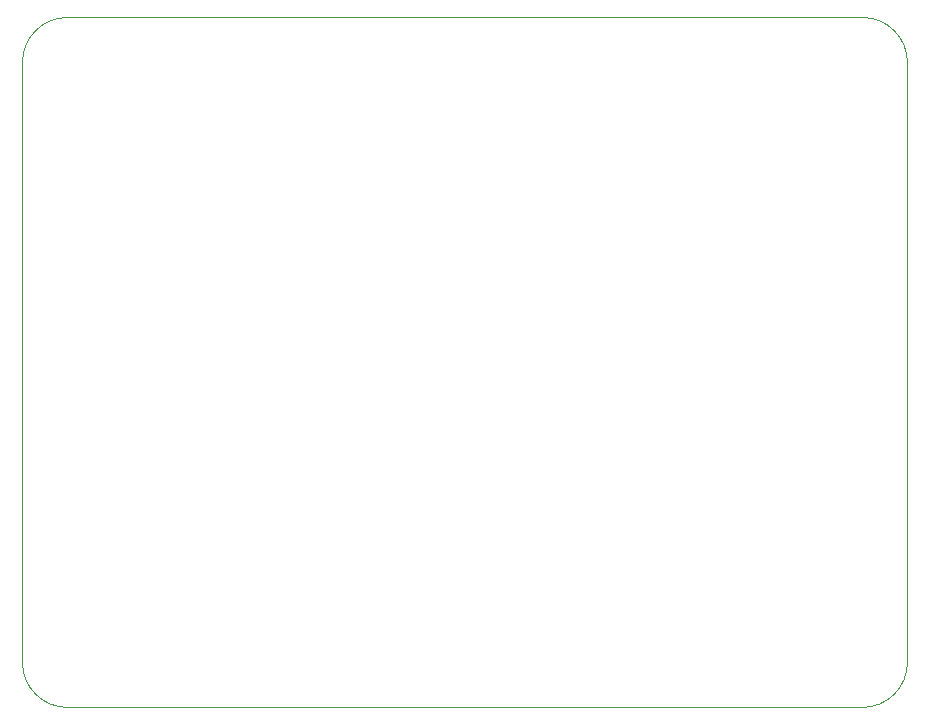
<source format=gbr>
G04 #@! TF.GenerationSoftware,KiCad,Pcbnew,(5.1.5)-3*
G04 #@! TF.CreationDate,2021-12-12T15:23:53-06:00*
G04 #@! TF.ProjectId,RCFeatherControl,52434665-6174-4686-9572-436f6e74726f,rev?*
G04 #@! TF.SameCoordinates,Original*
G04 #@! TF.FileFunction,Profile,NP*
%FSLAX46Y46*%
G04 Gerber Fmt 4.6, Leading zero omitted, Abs format (unit mm)*
G04 Created by KiCad (PCBNEW (5.1.5)-3) date 2021-12-12 15:23:53*
%MOMM*%
%LPD*%
G04 APERTURE LIST*
%ADD10C,0.050000*%
G04 APERTURE END LIST*
D10*
X190500000Y-148590000D02*
G75*
G02X186690000Y-152400000I-3810000J0D01*
G01*
X115570000Y-97790000D02*
G75*
G02X119380000Y-93980000I3810000J0D01*
G01*
X186690000Y-93980000D02*
G75*
G02X190500000Y-97790000I0J-3810000D01*
G01*
X119380000Y-152400000D02*
G75*
G02X115570000Y-148590000I0J3810000D01*
G01*
X115570000Y-97790000D02*
X115570000Y-148590000D01*
X186690000Y-93980000D02*
X119380000Y-93980000D01*
X190500000Y-148590000D02*
X190500000Y-97790000D01*
X119380000Y-152400000D02*
X186690000Y-152400000D01*
M02*

</source>
